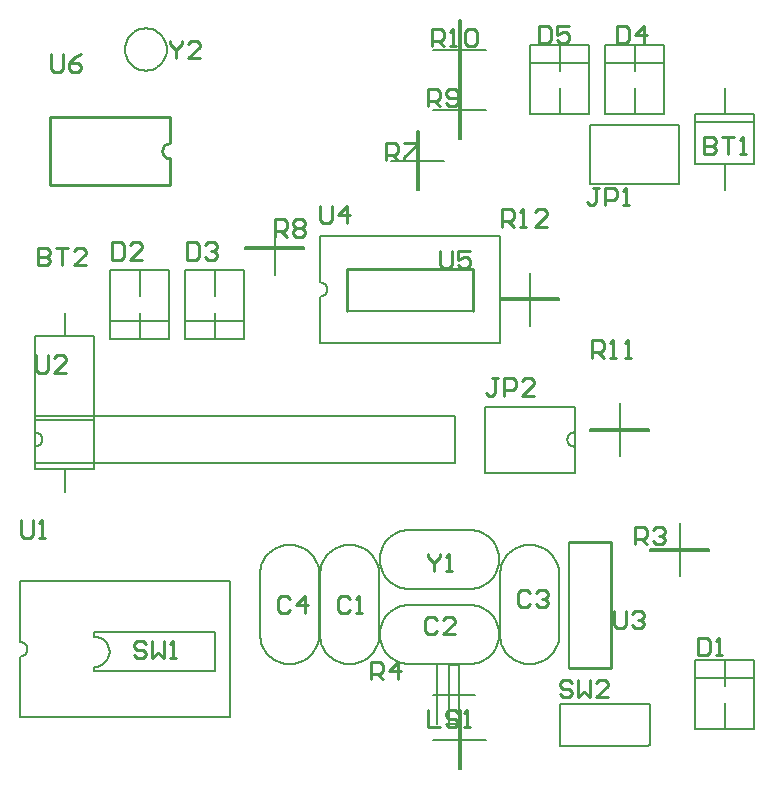
<source format=gto>
G04*
G04 #@! TF.GenerationSoftware,Altium Limited,Altium Designer,21.7.2 (23)*
G04*
G04 Layer_Color=65535*
%FSLAX25Y25*%
%MOIN*%
G70*
G04*
G04 #@! TF.SameCoordinates,C51BEDBB-060F-461C-9832-C8CE4485BB52*
G04*
G04*
G04 #@! TF.FilePolarity,Positive*
G04*
G01*
G75*
%ADD10C,0.00787*%
%ADD11C,0.01000*%
D10*
X-195928Y240000D02*
X-196000Y241000D01*
X-196213Y241979D01*
X-196563Y242918D01*
X-197044Y243798D01*
X-197644Y244600D01*
X-198353Y245309D01*
X-199155Y245909D01*
X-200035Y246390D01*
X-200974Y246740D01*
X-201953Y246953D01*
X-202953Y247024D01*
X-203952Y246953D01*
X-204932Y246740D01*
X-205871Y246390D01*
X-206750Y245909D01*
X-207553Y245309D01*
X-208261Y244600D01*
X-208862Y243798D01*
X-209342Y242918D01*
X-209693Y241979D01*
X-209906Y241000D01*
X-209977Y240000D01*
X-209906Y239000D01*
X-209693Y238021D01*
X-209342Y237082D01*
X-208862Y236202D01*
X-208261Y235400D01*
X-207553Y234691D01*
X-206750Y234091D01*
X-205871Y233611D01*
X-204932Y233260D01*
X-203952Y233047D01*
X-202953Y232976D01*
X-201953Y233047D01*
X-200974Y233260D01*
X-200035Y233611D01*
X-199155Y234091D01*
X-198353Y234691D01*
X-197644Y235400D01*
X-197044Y236202D01*
X-196563Y237082D01*
X-196213Y238021D01*
X-196000Y239000D01*
X-195928Y240000D01*
X-60000Y112500D02*
X-60957Y112310D01*
X-61768Y111768D01*
X-62310Y110957D01*
X-62500Y110000D01*
X-62310Y109043D01*
X-61768Y108232D01*
X-60957Y107690D01*
X-60000Y107500D01*
X-95000Y60158D02*
X-94004Y60208D01*
X-93019Y60359D01*
X-92054Y60609D01*
X-91119Y60955D01*
X-90223Y61394D01*
X-89377Y61922D01*
X-88589Y62532D01*
X-87866Y63219D01*
X-87217Y63975D01*
X-86647Y64794D01*
X-86163Y65665D01*
X-85770Y66582D01*
X-85472Y67533D01*
X-85271Y68510D01*
X-85170Y69502D01*
Y70499D01*
X-85271Y71490D01*
X-85472Y72467D01*
X-85770Y73418D01*
X-86163Y74335D01*
X-86647Y75206D01*
X-87217Y76025D01*
X-87866Y76781D01*
X-88589Y77468D01*
X-89377Y78078D01*
X-90223Y78606D01*
X-91119Y79045D01*
X-92054Y79391D01*
X-93019Y79641D01*
X-94004Y79792D01*
X-95000Y79843D01*
X-115079D02*
X-116075Y79792D01*
X-117060Y79641D01*
X-118025Y79391D01*
X-118960Y79045D01*
X-119855Y78606D01*
X-120702Y78078D01*
X-121490Y77468D01*
X-122213Y76781D01*
X-122862Y76025D01*
X-123432Y75206D01*
X-123915Y74335D01*
X-124309Y73418D01*
X-124607Y72467D01*
X-124808Y71490D01*
X-124909Y70499D01*
Y69502D01*
X-124808Y68510D01*
X-124607Y67533D01*
X-124309Y66582D01*
X-123915Y65665D01*
X-123432Y64794D01*
X-122862Y63975D01*
X-122213Y63219D01*
X-121490Y62532D01*
X-120701Y61922D01*
X-119855Y61394D01*
X-118960Y60955D01*
X-118025Y60609D01*
X-117060Y60359D01*
X-116075Y60208D01*
X-115079Y60158D01*
X-220039Y34232D02*
X-219060Y34329D01*
X-218118Y34614D01*
X-217251Y35078D01*
X-216490Y35702D01*
X-215866Y36463D01*
X-215402Y37331D01*
X-215116Y38273D01*
X-215020Y39252D01*
X-215116Y40231D01*
X-215402Y41173D01*
X-215866Y42041D01*
X-216490Y42801D01*
X-217251Y43426D01*
X-218118Y43890D01*
X-219060Y44175D01*
X-220039Y44272D01*
X-240000Y107500D02*
X-239043Y107690D01*
X-238232Y108232D01*
X-237690Y109043D01*
X-237500Y110000D01*
X-237690Y110957D01*
X-238232Y111768D01*
X-239043Y112310D01*
X-240000Y112500D01*
X-245000Y37579D02*
X-244043Y37769D01*
X-243232Y38311D01*
X-242690Y39122D01*
X-242500Y40079D01*
X-242690Y41035D01*
X-243232Y41846D01*
X-244043Y42388D01*
X-245000Y42579D01*
X-125157Y65000D02*
X-125208Y65996D01*
X-125359Y66981D01*
X-125609Y67946D01*
X-125955Y68881D01*
X-126394Y69777D01*
X-126922Y70623D01*
X-127532Y71411D01*
X-128219Y72134D01*
X-128975Y72783D01*
X-129794Y73353D01*
X-130665Y73837D01*
X-131582Y74230D01*
X-132533Y74528D01*
X-133510Y74729D01*
X-134502Y74830D01*
X-135498D01*
X-136490Y74729D01*
X-137467Y74528D01*
X-138418Y74230D01*
X-139335Y73837D01*
X-140206Y73353D01*
X-141025Y72783D01*
X-141781Y72134D01*
X-142468Y71411D01*
X-143078Y70623D01*
X-143606Y69777D01*
X-144045Y68881D01*
X-144391Y67946D01*
X-144641Y66981D01*
X-144792Y65996D01*
X-144843Y65000D01*
Y44921D02*
X-144792Y43925D01*
X-144641Y42940D01*
X-144391Y41975D01*
X-144045Y41040D01*
X-143606Y40145D01*
X-143078Y39298D01*
X-142468Y38510D01*
X-141781Y37788D01*
X-141025Y37138D01*
X-140206Y36568D01*
X-139335Y36085D01*
X-138418Y35691D01*
X-137467Y35393D01*
X-136490Y35192D01*
X-135498Y35091D01*
X-134502D01*
X-133510Y35192D01*
X-132533Y35393D01*
X-131582Y35691D01*
X-130665Y36085D01*
X-129794Y36568D01*
X-128975Y37138D01*
X-128219Y37788D01*
X-127532Y38510D01*
X-126922Y39299D01*
X-126394Y40145D01*
X-125955Y41040D01*
X-125609Y41975D01*
X-125359Y42940D01*
X-125208Y43925D01*
X-125157Y44921D01*
X-115079Y54843D02*
X-116075Y54792D01*
X-117060Y54641D01*
X-118025Y54391D01*
X-118960Y54045D01*
X-119855Y53606D01*
X-120702Y53078D01*
X-121490Y52468D01*
X-122213Y51781D01*
X-122862Y51025D01*
X-123432Y50206D01*
X-123915Y49335D01*
X-124309Y48418D01*
X-124607Y47467D01*
X-124808Y46490D01*
X-124909Y45498D01*
Y44502D01*
X-124808Y43510D01*
X-124607Y42533D01*
X-124309Y41582D01*
X-123915Y40665D01*
X-123432Y39794D01*
X-122862Y38975D01*
X-122213Y38219D01*
X-121490Y37532D01*
X-120701Y36922D01*
X-119855Y36394D01*
X-118960Y35955D01*
X-118025Y35609D01*
X-117060Y35359D01*
X-116075Y35208D01*
X-115079Y35157D01*
X-95000D02*
X-94004Y35208D01*
X-93019Y35359D01*
X-92054Y35609D01*
X-91119Y35955D01*
X-90223Y36394D01*
X-89377Y36922D01*
X-88589Y37532D01*
X-87866Y38219D01*
X-87217Y38975D01*
X-86647Y39794D01*
X-86163Y40665D01*
X-85770Y41582D01*
X-85472Y42533D01*
X-85271Y43510D01*
X-85170Y44502D01*
Y45498D01*
X-85271Y46490D01*
X-85472Y47467D01*
X-85770Y48418D01*
X-86163Y49335D01*
X-86647Y50206D01*
X-87217Y51025D01*
X-87866Y51781D01*
X-88589Y52468D01*
X-89377Y53078D01*
X-90223Y53606D01*
X-91119Y54045D01*
X-92054Y54391D01*
X-93019Y54641D01*
X-94004Y54792D01*
X-95000Y54843D01*
X-65158Y65000D02*
X-65208Y65996D01*
X-65359Y66981D01*
X-65609Y67946D01*
X-65955Y68881D01*
X-66394Y69777D01*
X-66922Y70623D01*
X-67532Y71411D01*
X-68219Y72134D01*
X-68975Y72783D01*
X-69794Y73353D01*
X-70665Y73837D01*
X-71582Y74230D01*
X-72533Y74528D01*
X-73510Y74729D01*
X-74502Y74830D01*
X-75498D01*
X-76490Y74729D01*
X-77467Y74528D01*
X-78418Y74230D01*
X-79335Y73837D01*
X-80206Y73353D01*
X-81025Y72783D01*
X-81781Y72134D01*
X-82468Y71411D01*
X-83078Y70623D01*
X-83606Y69777D01*
X-84045Y68881D01*
X-84391Y67946D01*
X-84641Y66981D01*
X-84792Y65996D01*
X-84842Y65000D01*
Y44921D02*
X-84792Y43925D01*
X-84641Y42940D01*
X-84391Y41975D01*
X-84045Y41040D01*
X-83606Y40145D01*
X-83078Y39298D01*
X-82468Y38510D01*
X-81781Y37788D01*
X-81025Y37138D01*
X-80206Y36568D01*
X-79335Y36085D01*
X-78418Y35691D01*
X-77467Y35393D01*
X-76490Y35192D01*
X-75498Y35091D01*
X-74502D01*
X-73510Y35192D01*
X-72533Y35393D01*
X-71582Y35691D01*
X-70665Y36085D01*
X-69794Y36568D01*
X-68975Y37138D01*
X-68219Y37788D01*
X-67532Y38510D01*
X-66922Y39299D01*
X-66394Y40145D01*
X-65955Y41040D01*
X-65609Y41975D01*
X-65359Y42940D01*
X-65208Y43925D01*
X-65158Y44921D01*
X-145158Y65079D02*
X-145208Y66075D01*
X-145359Y67060D01*
X-145609Y68025D01*
X-145955Y68960D01*
X-146394Y69855D01*
X-146922Y70701D01*
X-147532Y71490D01*
X-148219Y72212D01*
X-148975Y72862D01*
X-149794Y73431D01*
X-150665Y73915D01*
X-151582Y74309D01*
X-152533Y74607D01*
X-153510Y74808D01*
X-154501Y74909D01*
X-155499D01*
X-156490Y74808D01*
X-157467Y74607D01*
X-158418Y74309D01*
X-159335Y73915D01*
X-160206Y73431D01*
X-161025Y72862D01*
X-161781Y72212D01*
X-162468Y71490D01*
X-163078Y70701D01*
X-163606Y69855D01*
X-164045Y68960D01*
X-164391Y68025D01*
X-164641Y67060D01*
X-164792Y66075D01*
X-164842Y65079D01*
Y45000D02*
X-164792Y44004D01*
X-164641Y43019D01*
X-164391Y42053D01*
X-164045Y41118D01*
X-163606Y40223D01*
X-163078Y39377D01*
X-162468Y38589D01*
X-161781Y37866D01*
X-161025Y37217D01*
X-160206Y36647D01*
X-159335Y36163D01*
X-158418Y35770D01*
X-157467Y35472D01*
X-156490Y35271D01*
X-155499Y35170D01*
X-154501D01*
X-153509Y35271D01*
X-152533Y35472D01*
X-151582Y35770D01*
X-150665Y36163D01*
X-149794Y36647D01*
X-148975Y37217D01*
X-148219Y37866D01*
X-147532Y38589D01*
X-146922Y39377D01*
X-146394Y40223D01*
X-145955Y41119D01*
X-145609Y42053D01*
X-145359Y43019D01*
X-145208Y44004D01*
X-145158Y45000D01*
X-145000Y157500D02*
X-144043Y157690D01*
X-143232Y158232D01*
X-142690Y159043D01*
X-142500Y160000D01*
X-142690Y160957D01*
X-143232Y161768D01*
X-144043Y162310D01*
X-145000Y162500D01*
X-65000Y22000D02*
X-35000D01*
Y8133D02*
Y22000D01*
X-65000Y8000D02*
X-36000D01*
X-35000Y8133D01*
X-65000Y8000D02*
Y22000D01*
X-19842Y201831D02*
X-10000D01*
X-19842D02*
Y218563D01*
X-158D01*
Y201831D02*
Y218563D01*
X-10000Y201831D02*
X-158D01*
X-19842Y215676D02*
X-158D01*
X-10000Y218563D02*
Y227126D01*
Y193268D02*
Y201831D01*
X-90000Y99000D02*
X-60000D01*
X-90000D02*
Y121000D01*
X-60000D01*
Y107500D02*
Y121000D01*
Y99000D02*
Y112500D01*
X-54843Y214843D02*
X-45000D01*
X-54843Y195158D02*
Y214843D01*
Y195158D02*
X-45000D01*
X-35000Y214843D02*
X-25157D01*
Y195158D02*
Y214843D01*
X-35000Y195158D02*
X-25157D01*
X-45000Y214843D02*
X-35000D01*
X-45000Y195158D02*
X-35000D01*
X-230000Y144516D02*
X-220158D01*
Y100224D02*
Y144516D01*
X-239843Y100224D02*
X-220158D01*
X-239843D02*
Y144516D01*
X-230000D01*
X-239843Y116629D02*
X-220158D01*
X-230000Y92449D02*
Y100224D01*
Y144516D02*
Y152291D01*
X-115079Y60158D02*
X-95000D01*
X-115079Y79843D02*
X-95000D01*
X-220039Y32697D02*
Y34232D01*
Y44272D02*
Y45807D01*
X-179882D01*
Y32697D02*
Y45807D01*
X-220039Y32697D02*
X-179882D01*
X-240000Y102224D02*
Y107500D01*
Y112500D02*
Y117776D01*
X-100000D01*
Y102224D02*
Y117776D01*
X-240000Y102224D02*
X-100000D01*
X-245000Y17382D02*
X-175000D01*
Y62776D01*
X-245000D02*
X-175000D01*
X-245000Y42579D02*
Y62776D01*
Y17382D02*
Y37579D01*
X-101909Y25000D02*
X-93347D01*
X-107126D02*
X-98563D01*
X-105715Y15157D02*
Y34843D01*
X-101909Y25000D02*
Y34843D01*
X-98563D01*
Y15157D02*
Y34843D01*
X-101909Y15157D02*
X-98563D01*
X-101909D02*
Y25000D01*
X-19842Y36437D02*
X-10000D01*
X-19842Y13563D02*
Y36437D01*
Y13563D02*
X-158D01*
Y36437D01*
X-10000D02*
X-158D01*
X-19842Y30479D02*
X-158D01*
X-10000Y13563D02*
Y22126D01*
Y27874D02*
Y36437D01*
X-205000Y143563D02*
X-195158D01*
Y166437D01*
X-214843D02*
X-195158D01*
X-214843Y143563D02*
Y166437D01*
Y143563D02*
X-205000D01*
X-214843Y149521D02*
X-195158D01*
X-205000Y157874D02*
Y166437D01*
Y143563D02*
Y152126D01*
X-180000Y143563D02*
X-170158D01*
Y166437D01*
X-189842D02*
X-170158D01*
X-189842Y143563D02*
Y166437D01*
Y143563D02*
X-180000D01*
X-189842Y149521D02*
X-170158D01*
X-180000Y157874D02*
Y166437D01*
Y143563D02*
Y152126D01*
X-49843Y241437D02*
X-40000D01*
X-49843Y218563D02*
Y241437D01*
Y218563D02*
X-30158D01*
Y241437D01*
X-40000D02*
X-30158D01*
X-49843Y235479D02*
X-30158D01*
X-40000Y218563D02*
Y227126D01*
Y232874D02*
Y241437D01*
X-74843D02*
X-65000D01*
X-74843Y218563D02*
Y241437D01*
Y218563D02*
X-55158D01*
Y241437D01*
X-65000D02*
X-55158D01*
X-74843Y235479D02*
X-55158D01*
X-65000Y218563D02*
Y227126D01*
Y232874D02*
Y241437D01*
X-34843Y72972D02*
X-25000D01*
X-34843D02*
Y73563D01*
X-15157D01*
Y72972D02*
Y73563D01*
X-25000Y72972D02*
X-15157D01*
X-25000Y73563D02*
Y82126D01*
Y64410D02*
Y72972D01*
X-97972Y158D02*
Y10000D01*
X-98563Y158D02*
X-97972D01*
X-98563D02*
Y19842D01*
X-97972D01*
Y10000D02*
Y19842D01*
X-107126Y10000D02*
X-98563D01*
X-97972D02*
X-89410D01*
X-111972Y193157D02*
Y203000D01*
X-112563Y193157D02*
X-111972D01*
X-112563D02*
Y212842D01*
X-111972D01*
Y203000D02*
Y212842D01*
X-121126Y203000D02*
X-112563D01*
X-111972D02*
X-103409D01*
X-169843Y173437D02*
X-160000D01*
X-169843D02*
Y174028D01*
X-150157D01*
Y173437D02*
Y174028D01*
X-160000Y173437D02*
X-150157D01*
X-160000Y174028D02*
Y182591D01*
Y164874D02*
Y173437D01*
X-97972Y210157D02*
Y220000D01*
X-98563Y210157D02*
X-97972D01*
X-98563D02*
Y229842D01*
X-97972D01*
Y220000D02*
Y229842D01*
X-107126Y220000D02*
X-98563D01*
X-97972D02*
X-89410D01*
X-97972Y230157D02*
Y240000D01*
X-98563Y230157D02*
X-97972D01*
X-98563D02*
Y249843D01*
X-97972D01*
Y240000D02*
Y249843D01*
X-107126Y240000D02*
X-98563D01*
X-97972D02*
X-89410D01*
X-45000Y113563D02*
X-35157D01*
Y112972D02*
Y113563D01*
X-54843Y112972D02*
X-35157D01*
X-54843D02*
Y113563D01*
X-45000D01*
Y104409D02*
Y112972D01*
Y113563D02*
Y122126D01*
X-75000Y157028D02*
X-65158D01*
Y156437D02*
Y157028D01*
X-84842Y156437D02*
X-65158D01*
X-84842D02*
Y157028D01*
X-75000D01*
Y147874D02*
Y156437D01*
Y157028D02*
Y165591D01*
X-125157Y44921D02*
Y65000D01*
X-144843Y44921D02*
Y65000D01*
X-115079Y54843D02*
X-95000D01*
X-115079Y35157D02*
X-95000D01*
X-65158Y44921D02*
Y65000D01*
X-84842Y44921D02*
Y65000D01*
X-145158Y45000D02*
Y65079D01*
X-164842Y45000D02*
Y65079D01*
X-145000Y142224D02*
X-85000D01*
Y177776D01*
X-145000D02*
X-85000D01*
X-145000Y162500D02*
Y177776D01*
Y142224D02*
Y157500D01*
X-136000Y153000D02*
X-94000D01*
X-62000Y34000D02*
Y76000D01*
D11*
X-195000Y208750D02*
X-195957Y208560D01*
X-196768Y208018D01*
X-197310Y207207D01*
X-197500Y206250D01*
X-197310Y205293D01*
X-196768Y204482D01*
X-195957Y203940D01*
X-195000Y203750D01*
X-235000Y217500D02*
X-195000D01*
X-235000Y195000D02*
Y217500D01*
Y195000D02*
X-195000D01*
Y203750D01*
Y208750D02*
Y217500D01*
X-136000Y153000D02*
Y167000D01*
X-94000Y153000D02*
Y167000D01*
X-136000D02*
X-94000D01*
X-48000Y34000D02*
Y76000D01*
X-62000Y34000D02*
X-48000D01*
X-62000Y76000D02*
X-48000D01*
X-16998Y210999D02*
Y205001D01*
X-13999D01*
X-12999Y206001D01*
Y207000D01*
X-13999Y208000D01*
X-16998D01*
X-13999D01*
X-12999Y209000D01*
Y209999D01*
X-13999Y210999D01*
X-16998D01*
X-11000D02*
X-7001D01*
X-9000D01*
Y205001D01*
X-5002D02*
X-3002D01*
X-4002D01*
Y210999D01*
X-5002Y209999D01*
X-238997Y173999D02*
Y168001D01*
X-235998D01*
X-234999Y169001D01*
Y170000D01*
X-235998Y171000D01*
X-238997D01*
X-235998D01*
X-234999Y172000D01*
Y172999D01*
X-235998Y173999D01*
X-238997D01*
X-232999D02*
X-229001D01*
X-231000D01*
Y168001D01*
X-223003D02*
X-227001D01*
X-223003Y172000D01*
Y172999D01*
X-224002Y173999D01*
X-226002D01*
X-227001Y172999D01*
X-60999Y28999D02*
X-61998Y29999D01*
X-63998D01*
X-64997Y28999D01*
Y28000D01*
X-63998Y27000D01*
X-61998D01*
X-60999Y26000D01*
Y25001D01*
X-61998Y24001D01*
X-63998D01*
X-64997Y25001D01*
X-58999Y29999D02*
Y24001D01*
X-57000Y26000D01*
X-55001Y24001D01*
Y29999D01*
X-49003Y24001D02*
X-53001D01*
X-49003Y28000D01*
Y28999D01*
X-50002Y29999D01*
X-52002D01*
X-53001Y28999D01*
X-18999Y43999D02*
Y38001D01*
X-16000D01*
X-15000Y39001D01*
Y42999D01*
X-16000Y43999D01*
X-18999D01*
X-13001Y38001D02*
X-11001D01*
X-12001D01*
Y43999D01*
X-13001Y42999D01*
X-39998Y75001D02*
Y80999D01*
X-36999D01*
X-36000Y79999D01*
Y78000D01*
X-36999Y77000D01*
X-39998D01*
X-37999D02*
X-36000Y75001D01*
X-34000Y79999D02*
X-33001Y80999D01*
X-31001D01*
X-30002Y79999D01*
Y79000D01*
X-31001Y78000D01*
X-32001D01*
X-31001D01*
X-30002Y77000D01*
Y76001D01*
X-31001Y75001D01*
X-33001D01*
X-34000Y76001D01*
X-46998Y52999D02*
Y48001D01*
X-45999Y47001D01*
X-43999D01*
X-43000Y48001D01*
Y52999D01*
X-41000Y51999D02*
X-40001Y52999D01*
X-38001D01*
X-37002Y51999D01*
Y51000D01*
X-38001Y50000D01*
X-39001D01*
X-38001D01*
X-37002Y49000D01*
Y48001D01*
X-38001Y47001D01*
X-40001D01*
X-41000Y48001D01*
X-75000Y58999D02*
X-75999Y59999D01*
X-77999D01*
X-78998Y58999D01*
Y55001D01*
X-77999Y54001D01*
X-75999D01*
X-75000Y55001D01*
X-73000Y58999D02*
X-72001Y59999D01*
X-70001D01*
X-69002Y58999D01*
Y58000D01*
X-70001Y57000D01*
X-71001D01*
X-70001D01*
X-69002Y56000D01*
Y55001D01*
X-70001Y54001D01*
X-72001D01*
X-73000Y55001D01*
X-108999Y71999D02*
Y70999D01*
X-106999Y69000D01*
X-105000Y70999D01*
Y71999D01*
X-106999Y69000D02*
Y66001D01*
X-103001D02*
X-101001D01*
X-102001D01*
Y71999D01*
X-103001Y70999D01*
X-127998Y30001D02*
Y35999D01*
X-124999D01*
X-124000Y34999D01*
Y33000D01*
X-124999Y32000D01*
X-127998D01*
X-125999D02*
X-124000Y30001D01*
X-119001D02*
Y35999D01*
X-122000Y33000D01*
X-118002D01*
X-108998Y19999D02*
Y14001D01*
X-104999D01*
X-99001Y18999D02*
X-100001Y19999D01*
X-102000D01*
X-103000Y18999D01*
Y18000D01*
X-102000Y17000D01*
X-100001D01*
X-99001Y16000D01*
Y15001D01*
X-100001Y14001D01*
X-102000D01*
X-103000Y15001D01*
X-97002Y14001D02*
X-95002D01*
X-96002D01*
Y19999D01*
X-97002Y18999D01*
X-106000Y49999D02*
X-106999Y50999D01*
X-108999D01*
X-109998Y49999D01*
Y46001D01*
X-108999Y45001D01*
X-106999D01*
X-106000Y46001D01*
X-100002Y45001D02*
X-104000D01*
X-100002Y49000D01*
Y49999D01*
X-101001Y50999D01*
X-103001D01*
X-104000Y49999D01*
X-135000Y56999D02*
X-136000Y57999D01*
X-137999D01*
X-138999Y56999D01*
Y53001D01*
X-137999Y52001D01*
X-136000D01*
X-135000Y53001D01*
X-133001Y52001D02*
X-131001D01*
X-132001D01*
Y57999D01*
X-133001Y56999D01*
X-155000D02*
X-155999Y57999D01*
X-157999D01*
X-158998Y56999D01*
Y53001D01*
X-157999Y52001D01*
X-155999D01*
X-155000Y53001D01*
X-150001Y52001D02*
Y57999D01*
X-153000Y55000D01*
X-149002D01*
X-202999Y41999D02*
X-203999Y42999D01*
X-205998D01*
X-206998Y41999D01*
Y41000D01*
X-205998Y40000D01*
X-203999D01*
X-202999Y39000D01*
Y38001D01*
X-203999Y37001D01*
X-205998D01*
X-206998Y38001D01*
X-201000Y42999D02*
Y37001D01*
X-199000Y39000D01*
X-197001Y37001D01*
Y42999D01*
X-195002Y37001D02*
X-193002D01*
X-194002D01*
Y42999D01*
X-195002Y41999D01*
X-51999Y193999D02*
X-53998D01*
X-52999D01*
Y189001D01*
X-53998Y188001D01*
X-54998D01*
X-55998Y189001D01*
X-50000Y188001D02*
Y193999D01*
X-47001D01*
X-46001Y192999D01*
Y191000D01*
X-47001Y190000D01*
X-50000D01*
X-44002Y188001D02*
X-42002D01*
X-43002D01*
Y193999D01*
X-44002Y192999D01*
X-45998Y247999D02*
Y242001D01*
X-42999D01*
X-42000Y243001D01*
Y246999D01*
X-42999Y247999D01*
X-45998D01*
X-37001Y242001D02*
Y247999D01*
X-40000Y245000D01*
X-36002D01*
X-71998Y247999D02*
Y242001D01*
X-68999D01*
X-68000Y243001D01*
Y246999D01*
X-68999Y247999D01*
X-71998D01*
X-62002D02*
X-66000D01*
Y245000D01*
X-64001Y246000D01*
X-63001D01*
X-62002Y245000D01*
Y243001D01*
X-63001Y242001D01*
X-65001D01*
X-66000Y243001D01*
X-159998Y177465D02*
Y183464D01*
X-156999D01*
X-156000Y182464D01*
Y180465D01*
X-156999Y179465D01*
X-159998D01*
X-157999D02*
X-156000Y177465D01*
X-154000Y182464D02*
X-153001Y183464D01*
X-151001D01*
X-150002Y182464D01*
Y181464D01*
X-151001Y180465D01*
X-150002Y179465D01*
Y178465D01*
X-151001Y177465D01*
X-153001D01*
X-154000Y178465D01*
Y179465D01*
X-153001Y180465D01*
X-154000Y181464D01*
Y182464D01*
X-153001Y180465D02*
X-151001D01*
X-104998Y172999D02*
Y168001D01*
X-103999Y167001D01*
X-101999D01*
X-101000Y168001D01*
Y172999D01*
X-95002D02*
X-99000D01*
Y170000D01*
X-97001Y171000D01*
X-96001D01*
X-95002Y170000D01*
Y168001D01*
X-96001Y167001D01*
X-98001D01*
X-99000Y168001D01*
X-144998Y187999D02*
Y183001D01*
X-143999Y182001D01*
X-141999D01*
X-141000Y183001D01*
Y187999D01*
X-136001Y182001D02*
Y187999D01*
X-139000Y185000D01*
X-135002D01*
X-122998Y203001D02*
Y208999D01*
X-119999D01*
X-119000Y207999D01*
Y206000D01*
X-119999Y205000D01*
X-122998D01*
X-120999D02*
X-119000Y203001D01*
X-117000Y208999D02*
X-113002D01*
Y207999D01*
X-117000Y204001D01*
Y203001D01*
X-108998Y221001D02*
Y226999D01*
X-105999D01*
X-105000Y225999D01*
Y224000D01*
X-105999Y223000D01*
X-108998D01*
X-106999D02*
X-105000Y221001D01*
X-103000Y222001D02*
X-102001Y221001D01*
X-100001D01*
X-99002Y222001D01*
Y225999D01*
X-100001Y226999D01*
X-102001D01*
X-103000Y225999D01*
Y225000D01*
X-102001Y224000D01*
X-99002D01*
X-107498Y241001D02*
Y246999D01*
X-104499D01*
X-103499Y245999D01*
Y244000D01*
X-104499Y243000D01*
X-107498D01*
X-105498D02*
X-103499Y241001D01*
X-101499D02*
X-99500D01*
X-100500D01*
Y246999D01*
X-101499Y245999D01*
X-96501D02*
X-95501Y246999D01*
X-93502D01*
X-92502Y245999D01*
Y242001D01*
X-93502Y241001D01*
X-95501D01*
X-96501Y242001D01*
Y245999D01*
X-194998Y242999D02*
Y241999D01*
X-192999Y240000D01*
X-191000Y241999D01*
Y242999D01*
X-192999Y240000D02*
Y237001D01*
X-185002D02*
X-189000D01*
X-185002Y241000D01*
Y241999D01*
X-186001Y242999D01*
X-188001D01*
X-189000Y241999D01*
X-244400Y83298D02*
Y78300D01*
X-243400Y77300D01*
X-241401D01*
X-240401Y78300D01*
Y83298D01*
X-238402Y77300D02*
X-236403D01*
X-237402D01*
Y83298D01*
X-238402Y82298D01*
X-54200Y137300D02*
Y143298D01*
X-51201D01*
X-50201Y142298D01*
Y140299D01*
X-51201Y139299D01*
X-54200D01*
X-52201D02*
X-50201Y137300D01*
X-48202D02*
X-46203D01*
X-47202D01*
Y143298D01*
X-48202Y142298D01*
X-43204Y137300D02*
X-41204D01*
X-42204D01*
Y143298D01*
X-43204Y142298D01*
X-84200Y180800D02*
Y186798D01*
X-81201D01*
X-80201Y185798D01*
Y183799D01*
X-81201Y182799D01*
X-84200D01*
X-82201D02*
X-80201Y180800D01*
X-78202D02*
X-76203D01*
X-77202D01*
Y186798D01*
X-78202Y185798D01*
X-69205Y180800D02*
X-73204D01*
X-69205Y184799D01*
Y185798D01*
X-70205Y186798D01*
X-72204D01*
X-73204Y185798D01*
X-239400Y138298D02*
Y133300D01*
X-238400Y132300D01*
X-236401D01*
X-235401Y133300D01*
Y138298D01*
X-229403Y132300D02*
X-233402D01*
X-229403Y136299D01*
Y137298D01*
X-230403Y138298D01*
X-232402D01*
X-233402Y137298D01*
X-214200Y175798D02*
Y169800D01*
X-211201D01*
X-210201Y170800D01*
Y174798D01*
X-211201Y175798D01*
X-214200D01*
X-204203Y169800D02*
X-208202D01*
X-204203Y173799D01*
Y174798D01*
X-205203Y175798D01*
X-207202D01*
X-208202Y174798D01*
X-189200Y175798D02*
Y169800D01*
X-186201D01*
X-185201Y170800D01*
Y174798D01*
X-186201Y175798D01*
X-189200D01*
X-183202Y174798D02*
X-182202Y175798D01*
X-180203D01*
X-179203Y174798D01*
Y173799D01*
X-180203Y172799D01*
X-181203D01*
X-180203D01*
X-179203Y171799D01*
Y170800D01*
X-180203Y169800D01*
X-182202D01*
X-183202Y170800D01*
X-234500Y238398D02*
Y233400D01*
X-233500Y232400D01*
X-231501D01*
X-230501Y233400D01*
Y238398D01*
X-224503D02*
X-226503Y237398D01*
X-228502Y235399D01*
Y233400D01*
X-227502Y232400D01*
X-225503D01*
X-224503Y233400D01*
Y234399D01*
X-225503Y235399D01*
X-228502D01*
X-85401Y130398D02*
X-87401D01*
X-86401D01*
Y125400D01*
X-87401Y124400D01*
X-88400D01*
X-89400Y125400D01*
X-83402Y124400D02*
Y130398D01*
X-80403D01*
X-79403Y129398D01*
Y127399D01*
X-80403Y126399D01*
X-83402D01*
X-73405Y124400D02*
X-77404D01*
X-73405Y128399D01*
Y129398D01*
X-74405Y130398D01*
X-76404D01*
X-77404Y129398D01*
M02*

</source>
